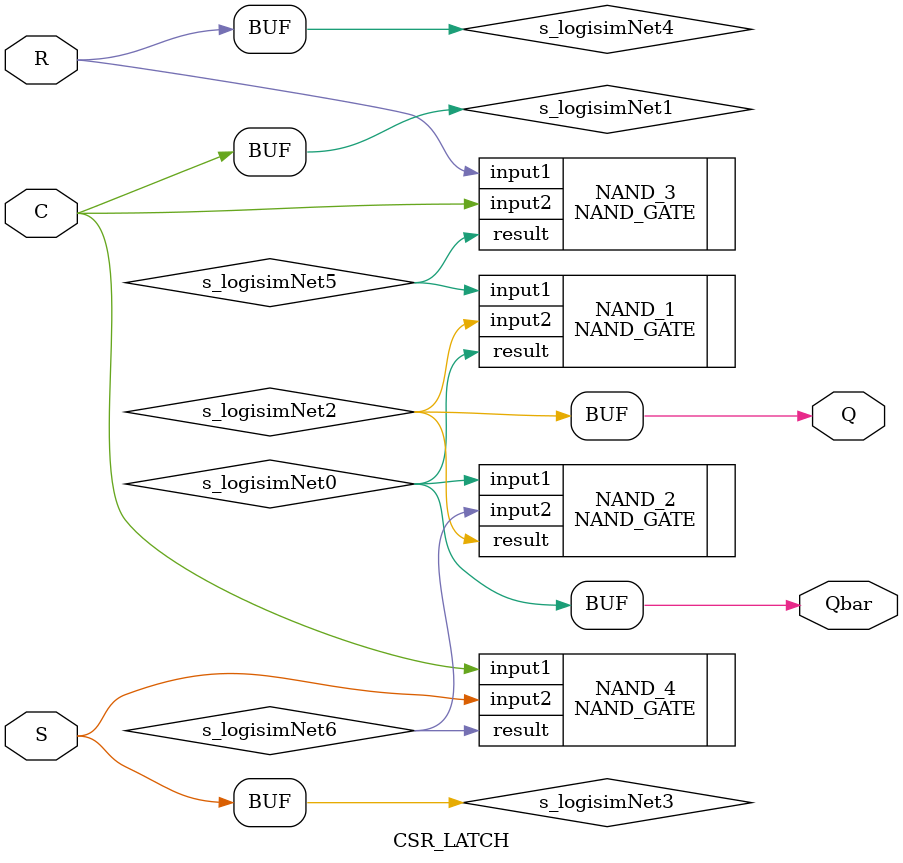
<source format=v>
/******************************************************************************
 ** Logisim-evolution goes FPGA automatic generated Verilog code             **
 ** https://github.com/logisim-evolution/                                    **
 **                                                                          **
 ** Component : CSR_LATCH                                                    **
 **                                                                          **
 *****************************************************************************/

module CSR_LATCH( C,
                  Q,
                  Qbar,
                  R,
                  S );

   /*******************************************************************************
   ** The inputs are defined here                                                **
   *******************************************************************************/
   input C;
   input R;
   input S;

   /*******************************************************************************
   ** The outputs are defined here                                               **
   *******************************************************************************/
   output Q;
   output Qbar;

   /*******************************************************************************
   ** The wires are defined here                                                 **
   *******************************************************************************/
   wire s_logisimNet0;
   wire s_logisimNet1;
   wire s_logisimNet2;
   wire s_logisimNet3;
   wire s_logisimNet4;
   wire s_logisimNet5;
   wire s_logisimNet6;

   /*******************************************************************************
   ** The module functionality is described here                                 **
   *******************************************************************************/

   /*******************************************************************************
   ** Here all input connections are defined                                     **
   *******************************************************************************/
   assign s_logisimNet1 = C;
   assign s_logisimNet3 = S;
   assign s_logisimNet4 = R;

   /*******************************************************************************
   ** Here all output connections are defined                                    **
   *******************************************************************************/
   assign Q    = s_logisimNet2;
   assign Qbar = s_logisimNet0;

   /*******************************************************************************
   ** Here all normal components are defined                                     **
   *******************************************************************************/
   NAND_GATE #(.BubblesMask(2'b00))
      NAND_2 (.input1(s_logisimNet0),
              .input2(s_logisimNet6),
              .result(s_logisimNet2));

   NAND_GATE #(.BubblesMask(2'b00))
      NAND_1 (.input1(s_logisimNet5),
              .input2(s_logisimNet2),
              .result(s_logisimNet0));

   NAND_GATE #(.BubblesMask(2'b00))
      NAND_3 (.input1(s_logisimNet4),
              .input2(s_logisimNet1),
              .result(s_logisimNet5));

   NAND_GATE #(.BubblesMask(2'b00))
      NAND_4 (.input1(s_logisimNet1),
              .input2(s_logisimNet3),
              .result(s_logisimNet6));


endmodule

</source>
